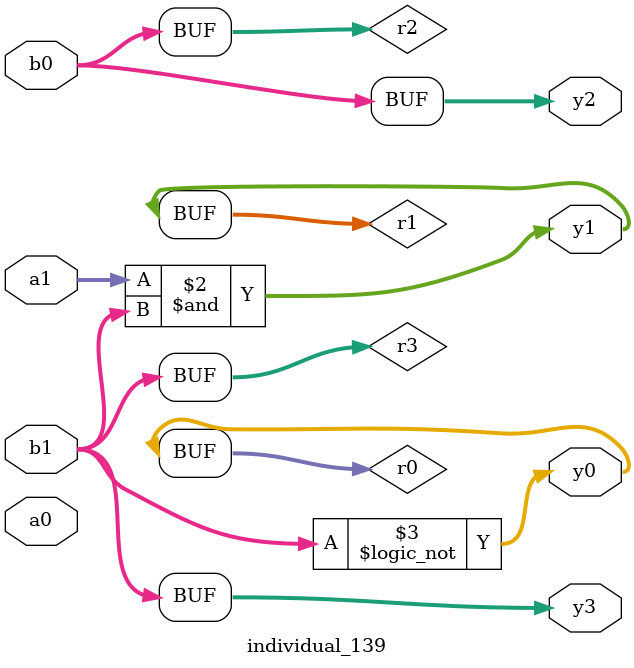
<source format=sv>
module individual_139(input logic [15:0] a1, input logic [15:0] a0, input logic [15:0] b1, input logic [15:0] b0, output logic [15:0] y3, output logic [15:0] y2, output logic [15:0] y1, output logic [15:0] y0);
logic [15:0] r0, r1, r2, r3; 
 always@(*) begin 
	 r0 = a0; r1 = a1; r2 = b0; r3 = b1; 
 	 r1  &=  r3 ;
 	 r0 = ! r3 ;
 	 y3 = r3; y2 = r2; y1 = r1; y0 = r0; 
end
endmodule
</source>
